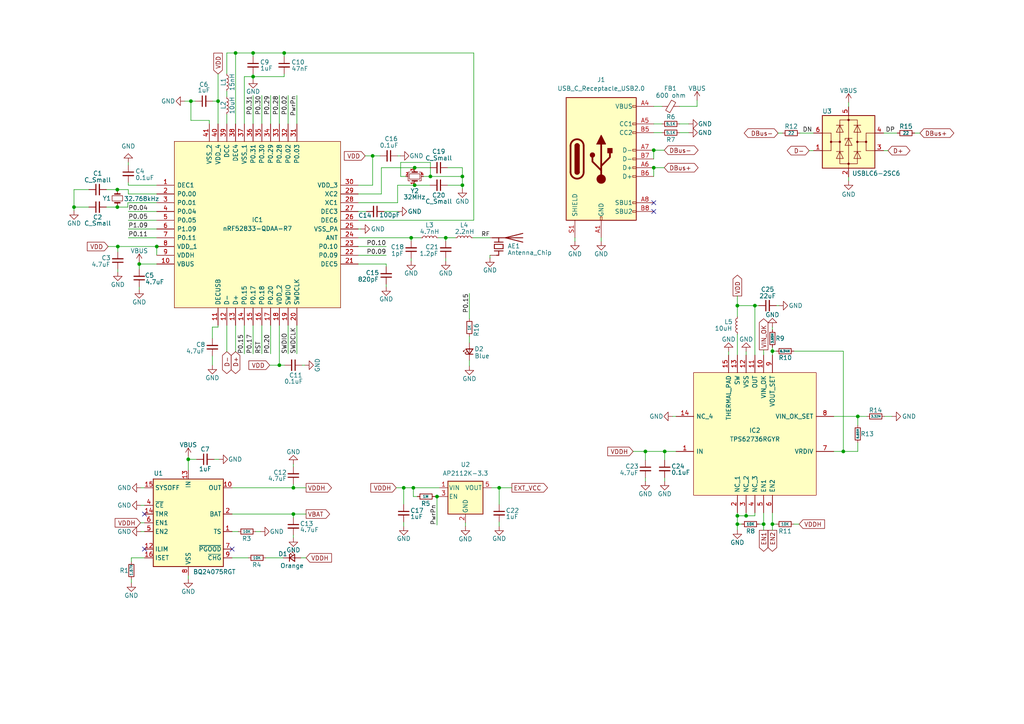
<source format=kicad_sch>
(kicad_sch (version 20211123) (generator eeschema)
  (paper "A4")
  (lib_symbols
    (symbol "Battery_Management:BQ24075RGT"
      (property "Reference" "U" (at -8.89 13.97 0))
      (property "Value" "BQ24075RGT" (at 16.51 13.97 0))
      (symbol "BQ24075RGT_1_1"
        (pin passive line (at 12.7 -2.54 180) (length 2.54) (name "TS") (number "1"))
        (pin power_out line (at 12.7 10.16 180) (length 2.54) (name "OUT") (number "10"))
        (pin passive line (at 12.7 10.16 180) (length 2.54) hide (name "OUT") (number "11"))
        (pin passive line (at -12.7 -7.62 0) (length 2.54) (name "ILIM") (number "12"))
        (pin power_in line (at 0 15.24 270) (length 2.54) (name "IN") (number "13"))
        (pin input line (at -12.7 2.54 0) (length 2.54) (name "TMR") (number "14"))
        (pin input line (at -12.7 10.16 0) (length 2.54) (name "SYSOFF") (number "15"))
        (pin passive line (at -12.7 -10.16 0) (length 2.54) (name "ISET") (number "16"))
        (pin passive line (at 0 -15.24 90) (length 2.54) hide (name "VSS") (number "17"))
        (pin power_out line (at 12.7 2.54 180) (length 2.54) (name "BAT") (number "2"))
        (pin passive line (at 12.7 2.54 180) (length 2.54) hide (name "BAT") (number "3"))
        (pin input line (at -12.7 5.08 0) (length 2.54) (name "~{CE}") (number "4"))
        (pin input line (at -12.7 -2.54 0) (length 2.54) (name "EN2") (number "5"))
        (pin input line (at -12.7 0 0) (length 2.54) (name "EN1") (number "6"))
        (pin open_collector line (at 12.7 -7.62 180) (length 2.54) (name "~{PGOOD}") (number "7"))
        (pin power_in line (at 0 -15.24 90) (length 2.54) (name "VSS") (number "8"))
        (pin open_collector line (at 12.7 -10.16 180) (length 2.54) (name "~{CHG}") (number "9"))
      )
    )
    (symbol "Connector:USB_C_Receptacle_USB2.0" (pin_names (offset 1.016))
      (property "Reference" "J" (at -10.16 19.05 0))
      (property "Value" "USB_C_Receptacle_USB2.0" (at 19.05 19.05 0))
      (symbol "USB_C_Receptacle_USB2.0_1_1"
        (pin passive line (at 0 -22.86 90) (length 5.08) (name "GND") (number "A1"))
        (pin passive line (at 0 -22.86 90) (length 5.08) hide (name "GND") (number "A12"))
        (pin passive line (at 15.24 15.24 180) (length 5.08) (name "VBUS") (number "A4"))
        (pin bidirectional line (at 15.24 10.16 180) (length 5.08) (name "CC1") (number "A5"))
        (pin bidirectional line (at 15.24 -2.54 180) (length 5.08) (name "D+") (number "A6"))
        (pin bidirectional line (at 15.24 2.54 180) (length 5.08) (name "D-") (number "A7"))
        (pin bidirectional line (at 15.24 -12.7 180) (length 5.08) (name "SBU1") (number "A8"))
        (pin passive line (at 15.24 15.24 180) (length 5.08) hide (name "VBUS") (number "A9"))
        (pin passive line (at 0 -22.86 90) (length 5.08) hide (name "GND") (number "B1"))
        (pin passive line (at 0 -22.86 90) (length 5.08) hide (name "GND") (number "B12"))
        (pin passive line (at 15.24 15.24 180) (length 5.08) hide (name "VBUS") (number "B4"))
        (pin bidirectional line (at 15.24 7.62 180) (length 5.08) (name "CC2") (number "B5"))
        (pin bidirectional line (at 15.24 -5.08 180) (length 5.08) (name "D+") (number "B6"))
        (pin bidirectional line (at 15.24 0 180) (length 5.08) (name "D-") (number "B7"))
        (pin bidirectional line (at 15.24 -15.24 180) (length 5.08) (name "SBU2") (number "B8"))
        (pin passive line (at 15.24 15.24 180) (length 5.08) hide (name "VBUS") (number "B9"))
        (pin passive line (at -7.62 -22.86 90) (length 5.08) (name "SHIELD") (number "S1"))
      )
    )
    (symbol "Connector_Generic:Conn_01x02" (pin_names (offset 1.016) hide)
      (property "Reference" "J" (at 0 2.54 0))
      (property "Value" "Conn_01x02" (at 0 -5.08 0))
      (symbol "Conn_01x02_1_1"
        (pin passive line (at -5.08 0 0) (length 3.81) (name "Pin_1") (number "1"))
        (pin passive line (at -5.08 -2.54 0) (length 3.81) (name "Pin_2") (number "2"))
      )
    )
    (symbol "Connector_Generic:Conn_02x05_Odd_Even" (pin_names (offset 1.016) hide)
      (property "Reference" "J" (at 1.27 7.62 0))
      (property "Value" "Conn_02x05_Odd_Even" (at 1.27 -7.62 0))
      (symbol "Conn_02x05_Odd_Even_1_1"
        (pin passive line (at -5.08 5.08 0) (length 3.81) (name "Pin_1") (number "1"))
        (pin passive line (at 7.62 -5.08 180) (length 3.81) (name "Pin_10") (number "10"))
        (pin passive line (at 7.62 5.08 180) (length 3.81) (name "Pin_2") (number "2"))
        (pin passive line (at -5.08 2.54 0) (length 3.81) (name "Pin_3") (number "3"))
        (pin passive line (at 7.62 2.54 180) (length 3.81) (name "Pin_4") (number "4"))
        (pin passive line (at -5.08 0 0) (length 3.81) (name "Pin_5") (number "5"))
        (pin passive line (at 7.62 0 180) (length 3.81) (name "Pin_6") (number "6"))
        (pin passive line (at -5.08 -2.54 0) (length 3.81) (name "Pin_7") (number "7"))
        (pin passive line (at 7.62 -2.54 180) (length 3.81) (name "Pin_8") (number "8"))
        (pin passive line (at -5.08 -5.08 0) (length 3.81) (name "Pin_9") (number "9"))
      )
    )
    (symbol "Device:Antenna_Chip" (pin_numbers hide) (pin_names (offset 1.016) hide)
      (property "Reference" "AE" (at 0 5.08 0))
      (property "Value" "Antenna_Chip" (at 0 3.175 0))
      (symbol "Antenna_Chip_1_1"
        (pin input line (at -2.54 -2.54 90) (length 2.54) (name "FEED") (number "1"))
        (pin passive line (at 2.54 -2.54 90) (length 2.54) (name "PCB_Trace") (number "2"))
      )
    )
    (symbol "Device:C_Small" (pin_numbers hide) (pin_names (offset 0.254) hide)
      (property "Reference" "C" (at 0.254 1.778 0))
      (property "Value" "C_Small" (at 0.254 -2.032 0))
      (symbol "C_Small_1_1"
        (pin passive line (at 0 2.54 270) (length 2.032) (name "~") (number "1"))
        (pin passive line (at 0 -2.54 90) (length 2.032) (name "~") (number "2"))
      )
    )
    (symbol "Device:Crystal_GND24_Small" (pin_names (offset 1.016) hide)
      (property "Reference" "Y" (at 1.27 4.445 0))
      (property "Value" "Crystal_GND24_Small" (at 1.27 2.54 0))
      (symbol "Crystal_GND24_Small_1_1"
        (pin passive line (at -2.54 0 0) (length 1.27) (name "1") (number "1"))
        (pin passive line (at 0 -2.54 90) (length 0.635) (name "2") (number "2"))
        (pin passive line (at 2.54 0 180) (length 1.27) (name "3") (number "3"))
        (pin passive line (at 0 2.54 270) (length 0.635) (name "4") (number "4"))
      )
    )
    (symbol "Device:Crystal_Small" (pin_numbers hide) (pin_names (offset 1.016) hide)
      (property "Reference" "Y" (at 0 2.54 0))
      (property "Value" "Crystal_Small" (at 0 -2.54 0))
      (symbol "Crystal_Small_1_1"
        (pin passive line (at -2.54 0 0) (length 1.27) (name "1") (number "1"))
        (pin passive line (at 2.54 0 180) (length 1.27) (name "2") (number "2"))
      )
    )
    (symbol "Device:FerriteBead_Small" (pin_numbers hide) (pin_names (offset 0))
      (property "Reference" "FB" (at 1.905 1.27 0))
      (property "Value" "FerriteBead_Small" (at 1.905 -1.27 0))
      (symbol "FerriteBead_Small_1_1"
        (pin passive line (at 0 2.54 270) (length 1.27) (name "~") (number "1"))
        (pin passive line (at 0 -2.54 90) (length 1.27) (name "~") (number "2"))
      )
    )
    (symbol "Device:LED_Small" (pin_numbers hide) (pin_names (offset 0.254) hide)
      (property "Reference" "D" (at -1.27 3.175 0))
      (property "Value" "LED_Small" (at -4.445 -2.54 0))
      (symbol "LED_Small_1_1"
        (pin passive line (at -2.54 0 0) (length 1.778) (name "K") (number "1"))
        (pin passive line (at 2.54 0 180) (length 1.778) (name "A") (number "2"))
      )
    )
    (symbol "Device:L_Small" (pin_numbers hide) (pin_names (offset 0.254) hide)
      (property "Reference" "L" (at 0.762 1.016 0))
      (property "Value" "L_Small" (at 0.762 -1.016 0))
      (symbol "L_Small_1_1"
        (pin passive line (at 0 2.54 270) (length 0.508) (name "~") (number "1"))
        (pin passive line (at 0 -2.54 90) (length 0.508) (name "~") (number "2"))
      )
    )
    (symbol "Device:R_Small" (pin_numbers hide) (pin_names (offset 0.254) hide)
      (property "Reference" "R" (at 0.762 0.508 0))
      (property "Value" "R_Small" (at 0.762 -1.016 0))
      (symbol "R_Small_1_1"
        (pin passive line (at 0 2.54 270) (length 0.762) (name "~") (number "1"))
        (pin passive line (at 0 -2.54 90) (length 0.762) (name "~") (number "2"))
      )
    )
    (symbol "GND_1" (power) (pin_names (offset 0))
      (property "Value" "GND_1" (at 0 -3.81 0))
      (symbol "GND_1_1_1"
        (pin power_in line (at 0 0 270) (length 0) hide (name "GND") (number "1"))
      )
    )
    (symbol "GND_2" (power) (pin_names (offset 0))
      (property "Value" "GND_2" (at 0 -3.81 0))
      (symbol "GND_2_1_1"
        (pin power_in line (at 0 0 270) (length 0) hide (name "GND") (number "1"))
      )
    )
    (symbol "MCU_Module:Adafruit_Feather_Generic"
      (property "Reference" "A" (at -10.16 29.21 0))
      (property "Value" "Adafruit_Feather_Generic" (at 2.54 -31.75 0))
      (symbol "Adafruit_Feather_Generic_1_1"
        (pin input line (at 12.7 20.32 180) (length 2.54) (name "~{RESET}") (number "1"))
        (pin bidirectional line (at 12.7 -7.62 180) (length 2.54) (name "A5") (number "10"))
        (pin bidirectional line (at -12.7 -2.54 0) (length 2.54) (name "SCK") (number "11"))
        (pin bidirectional line (at -12.7 -5.08 0) (length 2.54) (name "MOSI") (number "12"))
        (pin bidirectional line (at -12.7 -7.62 0) (length 2.54) (name "MISO") (number "13"))
        (pin bidirectional line (at -12.7 -12.7 0) (length 2.54) (name "RX") (number "14"))
        (pin bidirectional line (at -12.7 -15.24 0) (length 2.54) (name "TX") (number "15"))
        (pin bidirectional line (at -12.7 2.54 0) (length 2.54) (name "SPARE") (number "16"))
        (pin bidirectional line (at -12.7 -20.32 0) (length 2.54) (name "SDA") (number "17"))
        (pin bidirectional line (at -12.7 -22.86 0) (length 2.54) (name "SCL") (number "18"))
        (pin bidirectional line (at -12.7 20.32 0) (length 2.54) (name "D0") (number "19"))
        (pin power_in line (at 2.54 30.48 270) (length 2.54) (name "3V3") (number "2"))
        (pin bidirectional line (at -12.7 17.78 0) (length 2.54) (name "D1") (number "20"))
        (pin bidirectional line (at -12.7 15.24 0) (length 2.54) (name "D2") (number "21"))
        (pin bidirectional line (at -12.7 12.7 0) (length 2.54) (name "D3") (number "22"))
        (pin bidirectional line (at -12.7 10.16 0) (length 2.54) (name "D4") (number "23"))
        (pin bidirectional line (at -12.7 7.62 0) (length 2.54) (name "D5") (number "24"))
        (pin bidirectional line (at -12.7 5.08 0) (length 2.54) (name "D6") (number "25"))
        (pin power_in line (at 5.08 30.48 270) (length 2.54) (name "USB") (number "26"))
        (pin input line (at 12.7 12.7 180) (length 2.54) (name "EN") (number "27"))
        (pin power_in line (at -2.54 30.48 270) (length 2.54) (name "VBAT") (number "28"))
        (pin input line (at 12.7 10.16 180) (length 2.54) (name "AREF") (number "3"))
        (pin power_in line (at 0 -33.02 90) (length 2.54) (name "GND") (number "4"))
        (pin bidirectional line (at 12.7 5.08 180) (length 2.54) (name "A0") (number "5"))
        (pin bidirectional line (at 12.7 2.54 180) (length 2.54) (name "A1") (number "6"))
        (pin bidirectional line (at 12.7 0 180) (length 2.54) (name "A2") (number "7"))
        (pin bidirectional line (at 12.7 -2.54 180) (length 2.54) (name "A3") (number "8"))
        (pin bidirectional line (at 12.7 -5.08 180) (length 2.54) (name "A4") (number "9"))
      )
    )
    (symbol "Power_Protection:USBLC6-2SC6" (pin_names hide)
      (property "Reference" "U" (at 2.54 8.89 0))
      (property "Value" "USBLC6-2SC6" (at 2.54 -8.89 0))
      (symbol "USBLC6-2SC6_1_1"
        (pin passive line (at -10.16 -2.54 0) (length 2.54) (name "I/O1") (number "1"))
        (pin passive line (at 0 -10.16 90) (length 2.54) (name "GND") (number "2"))
        (pin passive line (at 10.16 -2.54 180) (length 2.54) (name "I/O2") (number "3"))
        (pin passive line (at 10.16 2.54 180) (length 2.54) (name "I/O2") (number "4"))
        (pin passive line (at 0 10.16 270) (length 2.54) (name "VBUS") (number "5"))
        (pin passive line (at -10.16 2.54 0) (length 2.54) (name "I/O1") (number "6"))
      )
    )
    (symbol "Regulator_Linear:AP2112K-3.3" (pin_names (offset 0.254))
      (property "Reference" "U" (at -5.08 5.715 0))
      (property "Value" "AP2112K-3.3" (at 0 5.715 0))
      (symbol "AP2112K-3.3_1_1"
        (pin power_in line (at -7.62 2.54 0) (length 2.54) (name "VIN") (number "1"))
        (pin power_in line (at 0 -7.62 90) (length 2.54) (name "GND") (number "2"))
        (pin input line (at -7.62 0 0) (length 2.54) (name "EN") (number "3"))
        (pin no_connect line (at 5.08 0 180) (length 2.54) hide (name "NC") (number "4"))
        (pin power_out line (at 7.62 2.54 180) (length 2.54) (name "VOUT") (number "5"))
      )
    )
    (symbol "TPS62736RGYR:TPS62736RGYR" (pin_names (offset 0.762))
      (property "Reference" "IC" (at 31.75 12.7 0))
      (property "Value" "TPS62736RGYR" (at 31.75 10.16 0))
      (symbol "TPS62736RGYR_0_0"
        (pin passive line (at -22.86 -5.08 0) (length 5.08) (name "IN") (number "1"))
        (pin passive line (at 2.54 22.86 270) (length 5.08) (name "VIN_OK") (number "10"))
        (pin passive line (at 0 22.86 270) (length 5.08) (name "OUT") (number "11"))
        (pin passive line (at -2.54 22.86 270) (length 5.08) (name "VSS") (number "12"))
        (pin passive line (at -5.08 22.86 270) (length 5.08) (name "SW") (number "13"))
        (pin passive line (at -22.86 5.08 0) (length 5.08) (name "NC_4") (number "14"))
        (pin passive line (at -7.62 22.86 270) (length 5.08) (name "THERMAL_PAD") (number "15"))
        (pin passive line (at -5.08 -22.86 90) (length 5.08) (name "NC_1") (number "2"))
        (pin passive line (at -2.54 -22.86 90) (length 5.08) (name "NC_2") (number "3"))
        (pin passive line (at 0 -22.86 90) (length 5.08) (name "NC_3") (number "4"))
        (pin passive line (at 2.54 -22.86 90) (length 5.08) (name "EN1") (number "5"))
        (pin passive line (at 5.08 -22.86 90) (length 5.08) (name "EN2") (number "6"))
        (pin passive line (at 22.86 -5.08 180) (length 5.08) (name "VRDIV") (number "7"))
        (pin passive line (at 22.86 5.08 180) (length 5.08) (name "VIN_OK_SET") (number "8"))
        (pin passive line (at 5.08 22.86 270) (length 5.08) (name "VOUT_SET") (number "9"))
      )
    )
    (symbol "nRF52833-QDAA-R7:nRF52833-QDAA-R7" (pin_names (offset 0.762))
      (property "Reference" "IC" (at 39.37 16.51 0))
      (property "Value" "nRF52833-QDAA-R7" (at 39.37 13.97 0))
      (symbol "nRF52833-QDAA-R7_0_0"
        (pin passive line (at -29.21 11.43 0) (length 5.08) (name "DEC1") (number "1"))
        (pin passive line (at -29.21 -11.43 0) (length 5.08) (name "VBUS") (number "10"))
        (pin passive line (at -11.43 -29.21 90) (length 5.08) (name "DECUSB") (number "11"))
        (pin passive line (at -8.89 -29.21 90) (length 5.08) (name "D-") (number "12"))
        (pin passive line (at -6.35 -29.21 90) (length 5.08) (name "D+") (number "13"))
        (pin passive line (at -3.81 -29.21 90) (length 5.08) (name "P0.15") (number "14"))
        (pin passive line (at -1.27 -29.21 90) (length 5.08) (name "P0.17") (number "15"))
        (pin passive line (at 1.27 -29.21 90) (length 5.08) (name "P0.18") (number "16"))
        (pin passive line (at 3.81 -29.21 90) (length 5.08) (name "P0.20") (number "17"))
        (pin passive line (at 6.35 -29.21 90) (length 5.08) (name "VDD_2") (number "18"))
        (pin passive line (at 8.89 -29.21 90) (length 5.08) (name "SWDIO") (number "19"))
        (pin passive line (at -29.21 8.89 0) (length 5.08) (name "P0.00") (number "2"))
        (pin passive line (at 11.43 -29.21 90) (length 5.08) (name "SWDCLK") (number "20"))
        (pin passive line (at 29.21 -11.43 180) (length 5.08) (name "DEC5") (number "21"))
        (pin passive line (at 29.21 -8.89 180) (length 5.08) (name "P0.09") (number "22"))
        (pin passive line (at 29.21 -6.35 180) (length 5.08) (name "P0.10") (number "23"))
        (pin passive line (at 29.21 -3.81 180) (length 5.08) (name "ANT") (number "24"))
        (pin passive line (at 29.21 -1.27 180) (length 5.08) (name "VSS_PA") (number "25"))
        (pin passive line (at 29.21 1.27 180) (length 5.08) (name "DEC6") (number "26"))
        (pin passive line (at 29.21 3.81 180) (length 5.08) (name "DEC3") (number "27"))
        (pin passive line (at 29.21 6.35 180) (length 5.08) (name "XC1") (number "28"))
        (pin passive line (at 29.21 8.89 180) (length 5.08) (name "XC2") (number "29"))
        (pin passive line (at -29.21 6.35 0) (length 5.08) (name "P0.01") (number "3"))
        (pin passive line (at 29.21 11.43 180) (length 5.08) (name "VDD_3") (number "30"))
        (pin passive line (at 11.43 29.21 270) (length 5.08) (name "P0.03") (number "31"))
        (pin passive line (at 8.89 29.21 270) (length 5.08) (name "P0.02") (number "32"))
        (pin passive line (at 6.35 29.21 270) (length 5.08) (name "P0.28") (number "33"))
        (pin passive line (at 3.81 29.21 270) (length 5.08) (name "P0.29") (number "34"))
        (pin passive line (at 1.27 29.21 270) (length 5.08) (name "P0.30") (number "35"))
        (pin passive line (at -1.27 29.21 270) (length 5.08) (name "P0.31") (number "36"))
        (pin passive line (at -3.81 29.21 270) (length 5.08) (name "VSS_1") (number "37"))
        (pin passive line (at -6.35 29.21 270) (length 5.08) (name "DEC4") (number "38"))
        (pin passive line (at -8.89 29.21 270) (length 5.08) (name "DCC") (number "39"))
        (pin passive line (at -29.21 3.81 0) (length 5.08) (name "P0.04") (number "4"))
        (pin passive line (at -11.43 29.21 270) (length 5.08) (name "VDD_4") (number "40"))
        (pin passive line (at -13.97 29.21 270) (length 5.08) (name "VSS_2") (number "41"))
        (pin passive line (at -29.21 1.27 0) (length 5.08) (name "P0.05") (number "5"))
        (pin passive line (at -29.21 -1.27 0) (length 5.08) (name "P1.09") (number "6"))
        (pin passive line (at -29.21 -3.81 0) (length 5.08) (name "P0.11") (number "7"))
        (pin passive line (at -29.21 -6.35 0) (length 5.08) (name "VDD_1") (number "8"))
        (pin passive line (at -29.21 -8.89 0) (length 5.08) (name "VDDH") (number "9"))
      )
    )
    (symbol "power:GND" (power) (pin_names (offset 0))
      (property "Value" "GND" (at 0 -3.81 0))
      (symbol "GND_1_1"
        (pin power_in line (at 0 0 270) (length 0) hide (name "GND") (number "1"))
      )
    )
    (symbol "power:VBUS" (power) (pin_names (offset 0))
      (property "Value" "VBUS" (at 0 3.81 0))
      (symbol "VBUS_1_1"
        (pin power_in line (at 0 0 90) (length 0) hide (name "VBUS") (number "1"))
      )
    )
  )
  (junction (at 248.793 120.777))
  (junction (at 306.959 86.106))
  (junction (at 213.868 149.606))
  (junction (at 117.094 141.478))
  (junction (at 224.028 101.854))
  (junction (at 108.077 45.212))
  (junction (at 376.174 50.165))
  (junction (at 68.326 15.367))
  (junction (at 54.61 133.223))
  (junction (at 73.406 22.225))
  (junction (at 224.028 152.019))
  (junction (at 213.868 152.019))
  (junction (at 81.026 105.918))
  (junction (at 129.286 68.961))
  (junction (at 82.423 15.367))
  (junction (at 216.408 149.606))
  (junction (at 192.786 130.937))
  (junction (at 55.372 29.337))
  (junction (at 376.174 47.625))
  (junction (at 45.466 71.501))
  (junction (at 189.611 43.561))
  (junction (at 134.112 51.181))
  (junction (at 306.959 78.486))
  (junction (at 213.868 88.646))
  (junction (at 85.09 141.478))
  (junction (at 119.253 68.961))
  (junction (at 21.463 60.071))
  (junction (at 40.386 76.581))
  (junction (at 306.959 81.026))
  (junction (at 120.269 53.721))
  (junction (at 126.746 144.018))
  (junction (at 34.036 60.071))
  (junction (at 34.036 54.991))
  (junction (at 144.78 141.478))
  (junction (at 189.611 48.641))
  (junction (at 306.959 73.406))
  (junction (at 376.174 45.085))
  (junction (at 63.246 29.337))
  (junction (at 85.09 149.098))
  (junction (at 119.888 141.478))
  (junction (at 124.841 51.181))
  (junction (at 221.488 152.019))
  (junction (at 244.602 130.937))
  (junction (at 187.198 130.937))
  (junction (at 218.948 88.646))
  (junction (at 120.269 48.641))
  (junction (at 73.406 15.367))
  (junction (at 134.112 53.721))
  (junction (at 34.163 71.501))
  (no_connect (at 391.16 45.085))
  (no_connect (at 189.611 58.801))
  (no_connect (at 41.91 159.258))
  (no_connect (at 391.16 47.625))
  (no_connect (at 41.91 149.098))
  (no_connect (at 67.31 159.258))
  (no_connect (at 189.611 61.341))
  (wire (pts (xy 63.246 21.463) (xy 63.246 29.337)))
  (wire (pts (xy 218.948 88.646) (xy 218.948 102.997)))
  (wire (pts (xy 67.31 141.478) (xy 85.09 141.478)))
  (wire (pts (xy 187.198 130.937) (xy 192.786 130.937)))
  (wire (pts (xy 350.393 73.406) (xy 342.138 73.406)))
  (wire (pts (xy 65.786 15.367) (xy 65.786 21.336)))
  (wire (pts (xy 129.794 48.641) (xy 134.112 48.641)))
  (wire (pts (xy 74.168 154.178) (xy 75.565 154.178)))
  (wire (pts (xy 306.959 81.026) (xy 306.959 86.106)))
  (wire (pts (xy 55.372 29.337) (xy 56.642 29.337)))
  (wire (pts (xy 38.1 161.798) (xy 41.91 161.798)))
  (wire (pts (xy 103.886 74.041) (xy 112.014 74.041)))
  (wire (pts (xy 399.415 42.545) (xy 391.16 42.545)))
  (wire (pts (xy 306.959 78.486) (xy 316.738 78.486)))
  (wire (pts (xy 103.886 63.881) (xy 137.414 63.881)))
  (wire (pts (xy 306.959 86.106) (xy 306.959 88.773)))
  (wire (pts (xy 218.948 149.606) (xy 218.948 148.717)))
  (wire (pts (xy 65.786 33.147) (xy 65.786 35.941)))
  (wire (pts (xy 248.793 120.777) (xy 251.46 120.777)))
  (wire (pts (xy 83.566 102.616) (xy 83.566 94.361)))
  (wire (pts (xy 110.617 56.261) (xy 110.617 48.641)))
  (wire (pts (xy 230.251 101.854) (xy 244.602 101.854)))
  (wire (pts (xy 54.61 133.223) (xy 54.61 136.398)))
  (wire (pts (xy 342.138 53.086) (xy 350.52 53.086)))
  (wire (pts (xy 187.198 130.937) (xy 187.198 133.477)))
  (wire (pts (xy 134.112 51.181) (xy 134.112 53.721)))
  (wire (pts (xy 124.841 51.181) (xy 134.112 51.181)))
  (wire (pts (xy 70.866 102.616) (xy 70.866 94.361)))
  (wire (pts (xy 110.617 48.641) (xy 120.269 48.641)))
  (wire (pts (xy 117.094 151.384) (xy 117.094 152.654)))
  (wire (pts (xy 121.031 144.018) (xy 119.888 144.018)))
  (wire (pts (xy 376.047 67.183) (xy 378.587 67.183)))
  (wire (pts (xy 326.898 35.306) (xy 326.898 33.782)))
  (wire (pts (xy 216.408 149.606) (xy 218.948 149.606)))
  (wire (pts (xy 241.808 120.777) (xy 248.793 120.777)))
  (wire (pts (xy 25.781 60.071) (xy 21.463 60.071)))
  (wire (pts (xy 31.369 71.501) (xy 34.163 71.501)))
  (wire (pts (xy 342.138 45.466) (xy 351.409 45.466)))
  (wire (pts (xy 306.959 63.246) (xy 306.959 73.406)))
  (wire (pts (xy 183.642 130.937) (xy 187.198 130.937)))
  (wire (pts (xy 21.463 60.071) (xy 21.463 61.087)))
  (wire (pts (xy 34.036 54.991) (xy 37.211 54.991)))
  (wire (pts (xy 316.738 50.546) (xy 308.61 50.546)))
  (wire (pts (xy 73.406 15.367) (xy 73.406 16.383)))
  (wire (pts (xy 126.746 152.273) (xy 126.746 144.018)))
  (wire (pts (xy 112.014 77.343) (xy 112.014 76.581)))
  (wire (pts (xy 85.09 135.382) (xy 85.09 134.62)))
  (wire (pts (xy 45.466 56.261) (xy 37.211 56.261)))
  (wire (pts (xy 256.54 120.777) (xy 258.699 120.777)))
  (wire (pts (xy 67.31 154.178) (xy 69.088 154.178)))
  (wire (pts (xy 108.077 45.212) (xy 110.236 45.212)))
  (wire (pts (xy 68.326 15.367) (xy 73.406 15.367)))
  (wire (pts (xy 189.611 43.561) (xy 192.659 43.561)))
  (wire (pts (xy 142.113 74.803) (xy 142.113 74.041)))
  (wire (pts (xy 192.786 130.937) (xy 196.088 130.937)))
  (wire (pts (xy 306.959 81.026) (xy 306.959 78.486)))
  (wire (pts (xy 376.174 50.165) (xy 376.174 47.625)))
  (wire (pts (xy 202.184 29.083) (xy 202.184 30.861)))
  (wire (pts (xy 81.026 105.918) (xy 82.55 105.918)))
  (wire (pts (xy 115.316 53.721) (xy 115.316 58.801)))
  (wire (pts (xy 40.767 151.638) (xy 41.91 151.638)))
  (wire (pts (xy 61.595 105.918) (xy 61.595 103.251)))
  (wire (pts (xy 350.393 68.326) (xy 342.138 68.326)))
  (wire (pts (xy 21.463 54.991) (xy 21.463 60.071)))
  (wire (pts (xy 306.959 86.106) (xy 316.738 86.106)))
  (wire (pts (xy 189.611 43.561) (xy 189.611 46.101)))
  (wire (pts (xy 63.246 94.869) (xy 63.246 94.361)))
  (wire (pts (xy 142.621 141.478) (xy 144.78 141.478)))
  (wire (pts (xy 45.466 71.501) (xy 45.466 74.041)))
  (wire (pts (xy 126.111 144.018) (xy 126.746 144.018)))
  (wire (pts (xy 241.808 130.937) (xy 244.602 130.937)))
  (wire (pts (xy 116.205 51.181) (xy 117.729 51.181)))
  (wire (pts (xy 70.866 35.941) (xy 70.866 22.225)))
  (wire (pts (xy 376.174 42.545) (xy 378.46 42.545)))
  (wire (pts (xy 30.861 54.991) (xy 34.036 54.991)))
  (wire (pts (xy 55.372 34.925) (xy 60.706 34.925)))
  (wire (pts (xy 174.371 68.961) (xy 174.371 69.977)))
  (wire (pts (xy 376.047 69.723) (xy 378.587 69.723)))
  (wire (pts (xy 192.786 130.937) (xy 192.786 133.477)))
  (wire (pts (xy 260.223 38.608) (xy 256.286 38.608)))
  (wire (pts (xy 40.386 76.581) (xy 40.386 78.105)))
  (wire (pts (xy 192.786 138.557) (xy 192.786 139.573)))
  (wire (pts (xy 376.047 67.183) (xy 376.047 65.659)))
  (wire (pts (xy 213.868 149.606) (xy 216.408 149.606)))
  (wire (pts (xy 235.966 43.688) (xy 234.696 43.688)))
  (wire (pts (xy 213.868 152.019) (xy 213.868 153.67)))
  (wire (pts (xy 211.328 102.997) (xy 211.328 101.981)))
  (wire (pts (xy 68.326 15.367) (xy 68.326 35.941)))
  (wire (pts (xy 306.959 63.246) (xy 316.738 63.246)))
  (wire (pts (xy 124.841 47.117) (xy 124.841 51.181)))
  (wire (pts (xy 189.611 48.641) (xy 189.611 51.181)))
  (wire (pts (xy 34.163 78.867) (xy 34.163 78.105)))
  (wire (pts (xy 257.556 43.688) (xy 256.286 43.688)))
  (wire (pts (xy 376.174 45.085) (xy 376.174 42.545)))
  (wire (pts (xy 87.249 161.798) (xy 88.773 161.798)))
  (wire (pts (xy 308.483 45.466) (xy 316.738 45.466)))
  (wire (pts (xy 225.171 88.646) (xy 225.933 88.646)))
  (wire (pts (xy 197.104 35.941) (xy 199.771 35.941)))
  (wire (pts (xy 308.483 48.006) (xy 316.738 48.006)))
  (wire (pts (xy 308.61 60.706) (xy 316.738 60.706)))
  (wire (pts (xy 197.104 38.481) (xy 199.771 38.481)))
  (wire (pts (xy 189.611 38.481) (xy 192.024 38.481)))
  (wire (pts (xy 129.286 68.961) (xy 129.286 69.85)))
  (wire (pts (xy 104.648 66.421) (xy 103.886 66.421)))
  (wire (pts (xy 85.09 150.114) (xy 85.09 149.098)))
  (wire (pts (xy 114.935 141.478) (xy 117.094 141.478)))
  (wire (pts (xy 376.174 47.625) (xy 376.174 45.085)))
  (wire (pts (xy 115.443 61.341) (xy 111.379 61.341)))
  (wire (pts (xy 136.144 85.09) (xy 136.144 92.456)))
  (wire (pts (xy 61.595 94.869) (xy 63.246 94.869)))
  (wire (pts (xy 376.174 50.165) (xy 378.46 50.165)))
  (wire (pts (xy 108.077 53.721) (xy 108.077 45.212)))
  (wire (pts (xy 119.888 141.478) (xy 127.381 141.478)))
  (wire (pts (xy 308.483 88.646) (xy 316.738 88.646)))
  (wire (pts (xy 78.486 27.686) (xy 78.486 35.941)))
  (wire (pts (xy 34.036 60.071) (xy 37.084 60.071)))
  (wire (pts (xy 78.232 105.918) (xy 81.026 105.918)))
  (wire (pts (xy 78.486 102.616) (xy 78.486 94.361)))
  (wire (pts (xy 244.602 130.937) (xy 248.793 130.937)))
  (wire (pts (xy 136.144 104.521) (xy 136.144 106.172)))
  (wire (pts (xy 54.61 166.878) (xy 54.61 167.894)))
  (wire (pts (xy 399.415 40.005) (xy 391.16 40.005)))
  (wire (pts (xy 37.211 68.961) (xy 45.466 68.961)))
  (wire (pts (xy 329.438 107.061) (xy 329.438 98.806)))
  (wire (pts (xy 166.751 68.961) (xy 166.751 69.977)))
  (wire (pts (xy 37.211 53.721) (xy 45.466 53.721)))
  (wire (pts (xy 334.518 34.036) (xy 334.518 35.306)))
  (wire (pts (xy 124.714 48.641) (xy 120.269 48.641)))
  (wire (pts (xy 135.001 151.638) (xy 135.001 152.654)))
  (wire (pts (xy 244.602 101.854) (xy 244.602 130.937)))
  (wire (pts (xy 65.786 26.416) (xy 65.786 28.067)))
  (wire (pts (xy 376.174 45.085) (xy 378.46 45.085)))
  (wire (pts (xy 376.936 40.005) (xy 378.46 40.005)))
  (wire (pts (xy 81.026 94.361) (xy 81.026 105.918)))
  (wire (pts (xy 213.868 96.901) (xy 213.868 102.997)))
  (wire (pts (xy 235.966 38.608) (xy 232.029 38.608)))
  (wire (pts (xy 88.392 105.918) (xy 87.63 105.918)))
  (wire (pts (xy 55.372 34.925) (xy 55.372 29.337)))
  (wire (pts (xy 75.946 102.616) (xy 75.946 94.361)))
  (wire (pts (xy 61.595 98.171) (xy 61.595 94.869)))
  (wire (pts (xy 119.253 75.692) (xy 119.253 74.93)))
  (wire (pts (xy 73.406 22.987) (xy 73.406 22.225)))
  (wire (pts (xy 103.886 53.721) (xy 108.077 53.721)))
  (wire (pts (xy 54.61 132.461) (xy 54.61 133.223)))
  (wire (pts (xy 38.1 168.021) (xy 38.1 169.037)))
  (wire (pts (xy 37.211 47.117) (xy 37.211 47.879)))
  (wire (pts (xy 34.163 71.501) (xy 45.466 71.501)))
  (wire (pts (xy 342.138 55.626) (xy 350.52 55.626)))
  (wire (pts (xy 45.466 58.801) (xy 37.084 58.801)))
  (wire (pts (xy 73.406 22.225) (xy 82.423 22.225)))
  (wire (pts (xy 316.738 70.866) (xy 308.483 70.866)))
  (wire (pts (xy 246.126 29.718) (xy 246.126 30.988)))
  (wire (pts (xy 37.211 61.341) (xy 45.466 61.341)))
  (wire (pts (xy 62.103 133.223) (xy 63.5 133.223)))
  (wire (pts (xy 86.106 27.686) (xy 86.106 35.941)))
  (wire (pts (xy 115.316 53.721) (xy 120.269 53.721)))
  (wire (pts (xy 224.028 101.854) (xy 224.028 102.997)))
  (wire (pts (xy 41.91 141.478) (xy 40.894 141.478)))
  (wire (pts (xy 63.246 35.941) (xy 63.246 29.337)))
  (wire (pts (xy 37.084 58.801) (xy 37.084 60.071)))
  (wire (pts (xy 85.09 141.478) (xy 88.773 141.478)))
  (wire (pts (xy 350.393 63.246) (xy 342.138 63.246)))
  (wire (pts (xy 266.827 38.608) (xy 265.303 38.608)))
  (wire (pts (xy 129.794 53.721) (xy 134.112 53.721)))
  (wire (pts (xy 350.393 70.866) (xy 342.138 70.866)))
  (wire (pts (xy 399.415 50.165) (xy 391.16 50.165)))
  (wire (pts (xy 144.78 141.478) (xy 148.463 141.478)))
  (wire (pts (xy 73.406 27.686) (xy 73.406 35.941)))
  (wire (pts (xy 134.112 48.641) (xy 134.112 51.181)))
  (wire (pts (xy 60.706 35.941) (xy 60.706 34.925)))
  (wire (pts (xy 224.028 152.019) (xy 225.171 152.019)))
  (wire (pts (xy 73.406 15.367) (xy 82.423 15.367)))
  (wire (pts (xy 116.205 47.117) (xy 124.841 47.117)))
  (wire (pts (xy 226.949 38.608) (xy 225.679 38.608)))
  (wire (pts (xy 105.918 45.212) (xy 108.077 45.212)))
  (wire (pts (xy 37.211 66.421) (xy 45.466 66.421)))
  (wire (pts (xy 81.026 27.686) (xy 81.026 35.941)))
  (wire (pts (xy 63.246 29.337) (xy 61.722 29.337)))
  (wire (pts (xy 40.386 83.947) (xy 40.386 83.185)))
  (wire (pts (xy 129.286 75.692) (xy 129.286 74.93)))
  (wire (pts (xy 117.094 141.478) (xy 117.094 146.304)))
  (wire (pts (xy 77.089 161.798) (xy 82.169 161.798)))
  (wire (pts (xy 308.483 68.326) (xy 316.738 68.326)))
  (wire (pts (xy 38.1 161.798) (xy 38.1 162.941)))
  (wire (pts (xy 86.106 102.616) (xy 86.106 94.361)))
  (wire (pts (xy 187.198 138.557) (xy 187.198 139.573)))
  (wire (pts (xy 248.793 120.777) (xy 248.793 123.317)))
  (wire (pts (xy 331.978 35.306) (xy 331.978 31.115)))
  (wire (pts (xy 67.31 149.098) (xy 85.09 149.098)))
  (wire (pts (xy 112.014 71.501) (xy 103.886 71.501)))
  (wire (pts (xy 221.488 148.717) (xy 221.488 152.019)))
  (wire (pts (xy 137.16 68.961) (xy 142.113 68.961)))
  (wire (pts (xy 136.144 97.536) (xy 136.144 99.441)))
  (wire (pts (xy 73.406 22.225) (xy 73.406 21.463)))
  (wire (pts (xy 116.205 51.181) (xy 116.205 47.117)))
  (wire (pts (xy 67.31 161.798) (xy 72.009 161.798)))
  (wire (pts (xy 213.868 152.019) (xy 215.138 152.019)))
  (wire (pts (xy 129.286 68.961) (xy 132.08 68.961)))
  (wire (pts (xy 224.028 101.854) (xy 225.171 101.854)))
  (wire (pts (xy 306.959 78.486) (xy 306.959 73.406)))
  (wire (pts (xy 221.488 101.473) (xy 221.488 102.997)))
  (wire (pts (xy 134.112 53.721) (xy 134.112 54.737)))
  (wire (pts (xy 144.78 151.384) (xy 144.78 152.654)))
  (wire (pts (xy 376.174 51.308) (xy 376.174 50.165)))
  (wire (pts (xy 37.211 56.261) (xy 37.211 54.991)))
  (wire (pts (xy 218.948 88.646) (xy 220.091 88.646)))
  (wire (pts (xy 83.566 27.686) (xy 83.566 35.941)))
  (wire (pts (xy 137.414 15.367) (xy 137.414 63.881)))
  (wire (pts (xy 306.959 73.406) (xy 316.738 73.406)))
  (wire (pts (xy 119.253 68.961) (xy 122.047 68.961)))
  (wire (pts (xy 308.61 58.166) (xy 316.738 58.166)))
  (wire (pts (xy 221.488 152.019) (xy 221.488 153.797)))
  (wire (pts (xy 103.886 58.801) (xy 115.316 58.801)))
  (wire (pts (xy 53.594 29.337) (xy 55.372 29.337)))
  (wire (pts (xy 122.809 51.181) (xy 124.841 51.181)))
  (wire (pts (xy 224.028 148.717) (xy 224.028 152.019)))
  (wire (pts (xy 213.868 149.606) (xy 213.868 148.717)))
  (wire (pts (xy 37.211 63.881) (xy 45.466 63.881)))
  (wire (pts (xy 25.781 54.991) (xy 21.463 54.991)))
  (wire (pts (xy 70.866 22.225) (xy 73.406 22.225)))
  (wire (pts (xy 68.326 94.361) (xy 68.326 101.981)))
  (wire (pts (xy 45.466 76.581) (xy 40.386 76.581)))
  (wire (pts (xy 306.959 81.026) (xy 316.738 81.026)))
  (wire (pts (xy 221.488 152.019) (xy 220.218 152.019)))
  (wire (pts (xy 189.611 30.861) (xy 192.024 30.861)))
  (wire (pts (xy 342.138 65.786) (xy 350.393 65.786)))
  (wire (pts (xy 308.61 53.086) (xy 316.738 53.086)))
  (wire (pts (xy 197.104 30.861) (xy 202.184 30.861)))
  (wire (pts (xy 54.61 133.223) (xy 57.023 133.223)))
  (wire (pts (xy 65.786 94.361) (xy 65.786 101.981)))
  (wire (pts (xy 144.78 141.478) (xy 144.78 146.304)))
  (wire (pts (xy 119.888 144.018) (xy 119.888 141.478)))
  (wire (pts (xy 40.386 76.2) (xy 40.386 76.581)))
  (wire (pts (xy 41.91 154.178) (xy 40.894 154.178)))
  (wire (pts (xy 112.014 76.581) (xy 103.886 76.581)))
  (wire (pts (xy 75.946 27.686) (xy 75.946 35.941)))
  (wire (pts (xy 224.028 152.019) (xy 224.028 153.797)))
  (wire (pts (xy 213.868 88.646) (xy 213.868 91.821)))
  (wire (pts (xy 376.047 70.866) (xy 376.047 69.723)))
  (wire (pts (xy 308.61 55.626) (xy 316.738 55.626)))
  (wire (pts (xy 68.326 15.367) (xy 65.786 15.367)))
  (wire (pts (xy 116.078 45.212) (xy 115.316 45.212)))
  (wire (pts (xy 189.611 48.641) (xy 192.659 48.641)))
  (wire (pts (xy 126.746 144.018) (xy 127.381 144.018)))
  (wire (pts (xy 85.09 149.098) (xy 88.773 149.098)))
  (wire (pts (xy 30.861 60.071) (xy 34.036 60.071)))
  (wire (pts (xy 41.91 146.558) (xy 40.894 146.558)))
  (wire (pts (xy 85.09 155.194) (xy 85.09 155.956)))
  (wire (pts (xy 34.163 71.501) (xy 34.163 73.025)))
  (wire (pts (xy 37.211 52.959) (xy 37.211 53.721)))
  (wire (pts (xy 189.611 35.941) (xy 192.024 35.941)))
  (wire (pts (xy 103.886 56.261) (xy 110.617 56.261)))
  (wire (pts (xy 196.088 120.777) (xy 195.072 120.777)))
  (wire (pts (xy 376.174 47.625) (xy 378.46 47.625)))
  (wire (pts (xy 246.126 52.451) (xy 246.126 51.308)))
  (wire (pts (xy 224.028 95.631) (xy 224.028 94.869)))
  (wire (pts (xy 213.868 85.852) (xy 213.868 88.646)))
  (wire (pts (xy 248.793 130.937) (xy 248.793 128.397)))
  (wire (pts (xy 216.408 149.606) (xy 216.408 148.717)))
  (wire (pts (xy 85.09 140.462) (xy 85.09 141.478)))
  (wire (pts (xy 342.138 60.706) (xy 350.393 60.706)))
  (wire (pts (xy 82.423 22.225) (xy 82.423 21.463)))
  (wire (pts (xy 124.714 53.721) (xy 120.269 53.721)))
  (wire (pts (xy 73.406 102.616) (xy 73.406 94.361)))
  (wire (pts (xy 213.868 149.606) (xy 213.868 152.019)))
  (wire (pts (xy 82.423 15.367) (xy 137.414 15.367)))
  (wire (pts (xy 230.251 152.019) (xy 231.775 152.019)))
  (wire (pts (xy 119.253 68.961) (xy 119.253 69.85)))
  (wire (pts (xy 103.886 68.961) (xy 119.253 68.961)))
  (wire (pts (xy 112.014 83.185) (xy 112.014 82.423)))
  (wire (pts (xy 103.886 61.341) (xy 106.299 61.341)))
  (wire (pts (xy 82.423 15.367) (xy 82.423 16.383)))
  (wire (pts (xy 127.127 68.961) (xy 129.286 68.961)))
  (wire (pts (xy 224.028 101.854) (xy 224.028 100.711)))
  (wire (pts (xy 117.094 141.478) (xy 119.888 141.478)))
  (wire (pts (xy 216.408 102.997) (xy 216.408 101.981)))
  (wire (pts (xy 218.948 88.646) (xy 213.868 88.646)))
  (label "P0.30" (at 308.61 50.546 0))
  (label "P0.29" (at 78.486 27.686 270))
  (label "DP" (at 259.588 38.608 180))
  (label "P0.02" (at 308.483 88.646 0))
  (label "RST" (at 308.61 55.626 0))
  (label "P0.09" (at 112.014 74.041 180))
  (label "P0.05" (at 350.393 60.706 180))
  (label "P0.10" (at 112.014 71.501 180))
  (label "P0.04" (at 37.211 61.341 0))
  (label "P1.09" (at 37.211 66.421 0))
  (label "P1.09" (at 350.393 63.246 180))
  (label "P0.20" (at 78.486 102.616 90))
  (label "RST" (at 75.946 102.616 90))
  (label "SWDCLK" (at 86.106 102.616 90))
  (label "SWDCLK" (at 399.415 42.545 180))
  (label "SWDIO" (at 83.566 102.616 90))
  (label "P0.05" (at 37.211 63.881 0))
  (label "RF" (at 142.113 68.961 180))
  (label "P0.31" (at 73.406 27.686 270))
  (label "P0.09" (at 308.483 68.326 0))
  (label "P0.17" (at 350.393 70.866 180))
  (label "P0.29" (at 308.483 48.006 0))
  (label "P0.11" (at 350.393 65.786 180))
  (label "SWDIO" (at 399.415 40.005 180))
  (label "RST" (at 399.415 50.165 180))
  (label "PwrPn" (at 308.61 58.166 0))
  (label "DN" (at 235.585 38.608 180))
  (label "P0.20" (at 350.393 73.406 180))
  (label "P0.02" (at 83.566 27.686 270))
  (label "P0.11" (at 37.211 68.961 0))
  (label "P0.15" (at 70.866 102.616 90))
  (label "P0.04" (at 329.438 107.061 90))
  (label "PwrPn" (at 86.106 27.686 270))
  (label "P0.17" (at 73.406 102.616 90))
  (label "P0.28" (at 308.483 45.466 0))
  (label "PwrPn" (at 126.746 152.273 90))
  (label "P0.15" (at 136.144 85.09 270))
  (label "P0.30" (at 75.946 27.686 270))
  (label "P0.15" (at 350.393 68.326 180))
  (label "P0.28" (at 81.026 27.686 270))
  (label "P0.10" (at 308.483 70.866 0))
  (label "P0.31" (at 308.61 53.086 0))
  (global_label "DBus+" (shape bidirectional) (at 192.659 48.641 0) (property "Intersheet References" "${INTERSHEET_REFS}" (effects hide)))
  (global_label "VBAT" (shape output) (at 376.047 65.659 90) (property "Intersheet References" "${INTERSHEET_REFS}" (effects hide)))
  (global_label "DBus+" (shape bidirectional) (at 266.827 38.608 0) (property "Intersheet References" "${INTERSHEET_REFS}" (effects hide)))
  (global_label "VDDH" (shape input) (at 183.642 130.937 180) (property "Intersheet References" "${INTERSHEET_REFS}" (effects hide)))
  (global_label "D-" (shape bidirectional) (at 65.786 101.981 270) (property "Intersheet References" "${INTERSHEET_REFS}" (effects hide)))
  (global_label "EN1" (shape output) (at 331.978 31.115 90) (property "Intersheet References" "${INTERSHEET_REFS}" (effects hide)))
  (global_label "D+" (shape bidirectional) (at 257.556 43.688 0) (property "Intersheet References" "${INTERSHEET_REFS}" (effects hide)))
  (global_label "VDD" (shape input) (at 63.246 21.463 90) (property "Intersheet References" "${INTERSHEET_REFS}" (effects hide)))
  (global_label "EXT_VCC" (shape output) (at 351.409 45.466 0) (property "Intersheet References" "${INTERSHEET_REFS}" (effects hide)))
  (global_label "VDD" (shape output) (at 376.936 40.005 180) (property "Intersheet References" "${INTERSHEET_REFS}" (effects hide)))
  (global_label "EN2" (shape output) (at 224.028 153.797 270) (property "Intersheet References" "${INTERSHEET_REFS}" (effects hide)))
  (global_label "VDD" (shape input) (at 78.232 105.918 180) (property "Intersheet References" "${INTERSHEET_REFS}" (effects hide)))
  (global_label "EN1" (shape output) (at 221.488 153.797 270) (property "Intersheet References" "${INTERSHEET_REFS}" (effects hide)))
  (global_label "VDD" (shape input) (at 31.369 71.501 180) (property "Intersheet References" "${INTERSHEET_REFS}" (effects hide)))
  (global_label "VDD" (shape output) (at 308.61 60.706 180) (property "Intersheet References" "${INTERSHEET_REFS}" (effects hide)))
  (global_label "VDDH" (shape input) (at 40.767 151.638 180) (property "Intersheet References" "${INTERSHEET_REFS}" (effects hide)))
  (global_label "VIN_OK" (shape output) (at 334.518 34.036 90) (property "Intersheet References" "${INTERSHEET_REFS}" (effects hide)))
  (global_label "DBus-" (shape bidirectional) (at 192.659 43.561 0) (property "Intersheet References" "${INTERSHEET_REFS}" (effects hide)))
  (global_label "EN2" (shape output) (at 350.52 55.626 0) (property "Intersheet References" "${INTERSHEET_REFS}" (effects hide)))
  (global_label "VBAT" (shape output) (at 88.773 149.098 0) (property "Intersheet References" "${INTERSHEET_REFS}" (effects hide)))
  (global_label "VDDH" (shape input) (at 231.775 152.019 0) (property "Intersheet References" "${INTERSHEET_REFS}" (effects hide)))
  (global_label "VDD" (shape output) (at 213.868 85.852 90) (property "Intersheet References" "${INTERSHEET_REFS}" (effects hide)))
  (global_label "VIN_OK" (shape output) (at 221.488 101.473 90) (property "Intersheet References" "${INTERSHEET_REFS}" (effects hide)))
  (global_label "DBus-" (shape bidirectional) (at 225.679 38.608 180) (property "Intersheet References" "${INTERSHEET_REFS}" (effects hide)))
  (global_label "VDD" (shape input) (at 105.918 45.212 180) (property "Intersheet References" "${INTERSHEET_REFS}" (effects hide)))
  (global_label "VDDH" (shape input) (at 88.773 161.798 0) (property "Intersheet References" "${INTERSHEET_REFS}" (effects hide)))
  (global_label "VBAT" (shape output) (at 350.52 53.086 0) (property "Intersheet References" "${INTERSHEET_REFS}" (effects hide)))
  (global_label "EXT_VCC" (shape output) (at 148.463 141.478 0) (property "Intersheet References" "${INTERSHEET_REFS}" (effects hide)))
  (global_label "VDDH" (shape input) (at 114.935 141.478 180) (property "Intersheet References" "${INTERSHEET_REFS}" (effects hide)))
  (global_label "D+" (shape bidirectional) (at 68.326 101.981 270) (property "Intersheet References" "${INTERSHEET_REFS}" (effects hide)))
  (global_label "VDDH" (shape output) (at 88.773 141.478 0) (property "Intersheet References" "${INTERSHEET_REFS}" (effects hide)))
  (global_label "D-" (shape bidirectional) (at 234.696 43.688 180) (property "Intersheet References" "${INTERSHEET_REFS}" (effects hide)))
  (symbol (lib_id "Device:C_Small") (at 59.563 133.223 90) (unit 1)
    (property "Reference" "C7" (at 60.833 130.302 90) (effects (justify left)))
    (property "Value" "1uF" (at 61.341 136.017 90) (effects (justify left)))
    (property "Footprint" "Capacitor_SMD:C_0603_1608Metric" (effects hide))
  )
  (symbol (lib_id "power:GND") (at 40.894 154.178 270) (unit 1)
    (property "Reference" "#PWR0142" (effects hide))
    (property "Value" "GND" (at 36.068 154.178 90))
  )
  (symbol (lib_name "GND_2") (lib_id "power:GND") (at 73.406 22.987 0) (mirror y) (unit 1)
    (property "Reference" "#PWR0120" (effects hide))
    (property "Value" "GND" (at 73.406 26.543 0))
  )
  (symbol (lib_id "power:GND") (at 306.959 88.773 0) (unit 1)
    (property "Reference" "#PWR0146" (effects hide))
    (property "Value" "GND" (at 306.959 92.456 0))
  )
  (symbol (lib_id "Device:C_Small") (at 112.014 79.883 180) (unit 1)
    (property "Reference" "C15" (at 109.982 79.121 0) (effects (justify left)))
    (property "Value" "820pF" (at 109.855 81.026 0) (effects (justify left)))
    (property "Footprint" "Capacitor_SMD:C_0603_1608Metric" (effects hide))
  )
  (symbol (lib_id "Device:C_Small") (at 222.631 88.646 90) (unit 1)
    (property "Reference" "C25" (at 222.631 83.947 90))
    (property "Value" "22uF" (at 222.631 85.852 90))
    (property "Footprint" "Capacitor_SMD:C_0603_1608Metric" (effects hide))
  )
  (symbol (lib_id "TPS62736RGYR:TPS62736RGYR") (at 218.948 125.857 0) (unit 1)
    (property "Reference" "IC2" (at 218.948 124.841 0))
    (property "Value" "TPS62736RGYR" (at 218.948 127.381 0))
    (property "Footprint" "nrf52833-breakout:RGY_S-PVQFN-N14_" (effects hide))
    (property "Datasheet" "http://www.ti.com/lit/ds/symlink/tps62736.pdf" (effects hide))
    (property "Description" "High Efficiency  Nanopower Buck Converter with 50mA Load Capability | Step-Down" (effects hide))
    (property "Manufacturer_Name" "Texas Instruments" (effects hide))
    (property "Manufacturer_Part_Number" "TPS62736RGYR" (effects hide))
    (property "Mouser Part Number" "595-TPS62736RGYR" (effects hide))
    (property "Mouser Price/Stock" "https://www.mouser.co.uk/ProductDetail/Texas-Instruments/TPS62736RGYR?qs=B%2FmJ%252BR4LuXAKyU8Cy4sO6Q%3D%3D" (effects hide))
    (property "Arrow Part Number" "TPS62736RGYR" (effects hide))
    (property "Arrow Price/Stock" "https://www.arrow.com/en/products/tps62736rgyr/texas-instruments" (effects hide))
  )
  (symbol (lib_id "Device:R_Small") (at 136.144 94.996 180) (unit 1)
    (property "Reference" "R16" (at 138.176 93.726 90) (effects (justify left)))
    (property "Value" "1K" (at 136.144 94.234 90) (effects (font (size 0.762 0.762)) (justify left)))
    (property "Footprint" "Resistor_SMD:R_0603_1608Metric" (effects hide))
  )
  (symbol (lib_id "Device:C_Small") (at 73.406 18.923 0) (mirror y) (unit 1)
    (property "Reference" "C9" (at 78.105 18.034 0) (effects (justify left)))
    (property "Value" "1uF" (at 79.121 19.812 0) (effects (justify left)))
    (property "Footprint" "Capacitor_SMD:C_0603_1608Metric" (effects hide))
  )
  (symbol (lib_id "Connector_Generic:Conn_02x05_Odd_Even") (at 383.54 45.085 0) (unit 1)
    (property "Reference" "J2" (at 384.81 32.893 0))
    (property "Value" "Conn_02x05_Odd_Even" (at 384.81 35.433 0))
    (property "Footprint" "nrf52833-breakout:2X05_1.27MM_BOX_POSTS" (effects hide))
  )
  (symbol (lib_id "power:GND") (at 376.047 70.866 0) (unit 1)
    (property "Reference" "#PWR0152" (effects hide))
    (property "Value" "GND" (at 376.047 74.803 0))
  )
  (symbol (lib_id "Device:C_Small") (at 187.198 136.017 0) (unit 1)
    (property "Reference" "C23" (at 181.356 135.255 0) (effects (justify left)))
    (property "Value" "4.7uF" (at 179.705 137.16 0) (effects (justify left)))
    (property "Footprint" "Capacitor_SMD:C_0603_1608Metric" (effects hide))
  )
  (symbol (lib_name "GND_2") (lib_id "power:GND") (at 112.014 83.185 0) (unit 1)
    (property "Reference" "#PWR0127" (effects hide))
    (property "Value" "GND" (at 112.014 86.741 0))
  )
  (symbol (lib_name "GND_2") (lib_id "power:GND") (at 129.286 75.692 0) (unit 1)
    (property "Reference" "#PWR0136" (effects hide))
    (property "Value" "GND" (at 129.286 79.248 0))
  )
  (symbol (lib_name "GND_1") (lib_id "power:GND") (at 144.78 152.654 0) (unit 1)
    (property "Reference" "#PWR0114" (effects hide))
    (property "Value" "GND" (at 144.78 156.21 0))
  )
  (symbol (lib_name "GND_2") (lib_id "power:GND") (at 37.211 47.117 180) (unit 1)
    (property "Reference" "#PWR0125" (effects hide))
    (property "Value" "GND" (at 37.211 42.418 0))
  )
  (symbol (lib_id "Device:L_Small") (at 134.62 68.961 90) (unit 1)
    (property "Reference" "L4" (at 134.62 65.278 90))
    (property "Value" "2.2nH" (at 134.747 67.183 90))
    (property "Footprint" "Inductor_SMD:L_0402_1005Metric" (effects hide))
  )
  (symbol (lib_id "power:GND") (at 40.894 146.558 270) (unit 1)
    (property "Reference" "#PWR0140" (effects hide))
    (property "Value" "GND" (at 36.068 146.558 90))
  )
  (symbol (lib_id "Device:R_Small") (at 74.549 161.798 90) (unit 1)
    (property "Reference" "R4" (at 75.819 163.83 90) (effects (justify left)))
    (property "Value" "10K" (at 75.692 161.798 90) (effects (font (size 0.762 0.762)) (justify left)))
    (property "Footprint" "Resistor_SMD:R_0603_1608Metric" (effects hide))
  )
  (symbol (lib_name "GND_2") (lib_id "power:GND") (at 34.163 78.867 0) (unit 1)
    (property "Reference" "#PWR0123" (effects hide))
    (property "Value" "GND" (at 34.163 82.55 0))
  )
  (symbol (lib_name "GND_1") (lib_id "power:GND") (at 85.09 155.956 0) (unit 1)
    (property "Reference" "#PWR0139" (effects hide))
    (property "Value" "GND" (at 85.09 159.512 0))
  )
  (symbol (lib_id "Device:R_Small") (at 262.763 38.608 270) (mirror x) (unit 1)
    (property "Reference" "R15" (at 262.763 36.6598 90))
    (property "Value" "22" (at 262.763 38.608 90) (effects (font (size 0.889 0.889))))
    (property "Footprint" "Resistor_SMD:R_0603_1608Metric" (effects hide))
  )
  (symbol (lib_id "Device:C_Small") (at 40.386 80.645 180) (unit 1)
    (property "Reference" "C5" (at 44.704 79.883 0) (effects (justify left)))
    (property "Value" "4.7uF" (at 47.625 81.788 0) (effects (justify left)))
    (property "Footprint" "Capacitor_SMD:C_0603_1608Metric" (effects hide))
  )
  (symbol (lib_id "power:GND") (at 40.894 141.478 270) (unit 1)
    (property "Reference" "#PWR0141" (effects hide))
    (property "Value" "GND" (at 36.068 141.478 90))
  )
  (symbol (lib_name "GND_2") (lib_id "power:GND") (at 53.594 29.337 270) (unit 1)
    (property "Reference" "#PWR0126" (effects hide))
    (property "Value" "GND" (at 48.768 29.337 90))
  )
  (symbol (lib_id "Device:C_Small") (at 127.254 48.641 270) (mirror x) (unit 1)
    (property "Reference" "C19" (at 127.254 43.942 90))
    (property "Value" "C_Small" (at 127.254 45.847 90))
    (property "Footprint" "Capacitor_SMD:C_0603_1608Metric" (effects hide))
  )
  (symbol (lib_name "GND_2") (lib_id "power:GND") (at 21.463 61.087 0) (unit 1)
    (property "Reference" "#PWR0122" (effects hide))
    (property "Value" "GND" (at 19.431 64.77 0) (effects (justify left)))
  )
  (symbol (lib_name "GND_2") (lib_id "power:GND") (at 116.078 45.212 90) (mirror x) (unit 1)
    (property "Reference" "#PWR0121" (effects hide))
    (property "Value" "GND" (at 120.777 45.212 90))
  )
  (symbol (lib_id "Device:Crystal_GND24_Small") (at 120.269 51.181 270) (mirror x) (unit 1)
    (property "Reference" "Y2" (at 121.539 55.372 90) (effects (justify right)))
    (property "Value" "32MHz" (at 123.444 57.15 90) (effects (justify right)))
    (property "Footprint" "Crystal:Crystal_SMD_2520-4Pin_2.5x2.0mm" (effects hide))
  )
  (symbol (lib_id "Device:Antenna_Chip") (at 144.653 71.501 270) (mirror x) (unit 1)
    (property "Reference" "AE1" (at 147.193 71.374 90) (effects (justify left)))
    (property "Value" "Antenna_Chip" (at 147.193 73.279 90) (effects (justify left)))
    (property "Footprint" "nrf52833-breakout:2450AT42A100E" (effects hide))
  )
  (symbol (lib_id "power:GND") (at 246.126 52.451 0) (unit 1)
    (property "Reference" "#PWR0101" (effects hide))
    (property "Value" "GND" (at 246.126 56.388 0))
  )
  (symbol (lib_id "Device:R_Small") (at 227.711 152.019 90) (unit 1)
    (property "Reference" "R11" (at 227.711 154.051 90))
    (property "Value" "10K" (at 227.711 152.019 90) (effects (font (size 0.762 0.762))))
    (property "Footprint" "Resistor_SMD:R_0603_1608Metric" (effects hide))
  )
  (symbol (lib_id "Device:C_Small") (at 119.253 72.39 180) (unit 1)
    (property "Reference" "C18" (at 117.221 71.628 0) (effects (justify left)))
    (property "Value" "1pF" (at 117.094 73.533 0) (effects (justify left)))
    (property "Footprint" "Capacitor_SMD:C_0402_1005Metric" (effects hide))
  )
  (symbol (lib_id "MCU_Module:Adafruit_Feather_Generic") (at 329.438 65.786 0) (unit 1)
    (property "Reference" "A1" (at 319.024 36.576 0) (effects (justify left)))
    (property "Value" "Adafruit_Feather_Generic" (at 330.327 97.79 0) (effects (justify left)))
    (property "Footprint" "Module:Adafruit_Feather" (effects hide))
    (property "Datasheet" "https://cdn-learn.adafruit.com/downloads/pdf/adafruit-feather.pdf" (effects hide))
  )
  (symbol (lib_name "GND_2") (lib_id "power:GND") (at 115.443 61.341 90) (unit 1)
    (property "Reference" "#PWR0134" (effects hide))
    (property "Value" "GND" (at 120.269 61.341 90))
  )
  (symbol (lib_id "Power_Protection:USBLC6-2SC6") (at 246.126 41.148 0) (unit 1)
    (property "Reference" "U3" (at 238.506 32.258 0) (effects (justify left)))
    (property "Value" "USBLC6-2SC6" (at 247.142 50.292 0) (effects (justify left)))
    (property "Footprint" "Package_TO_SOT_SMD:SOT-23-6" (effects hide))
    (property "Datasheet" "https://www.st.com/resource/en/datasheet/usblc6-2.pdf" (effects hide))
  )
  (symbol (lib_id "Regulator_Linear:AP2112K-3.3") (at 135.001 144.018 0) (unit 1)
    (property "Reference" "U2" (at 135.001 134.747 0))
    (property "Value" "AP2112K-3.3" (at 135.001 137.287 0))
    (property "Footprint" "Package_TO_SOT_SMD:SOT-23-5" (effects hide))
    (property "Datasheet" "https://www.diodes.com/assets/Datasheets/AP2112.pdf" (effects hide))
  )
  (symbol (lib_id "Device:R_Small") (at 229.489 38.608 270) (mirror x) (unit 1)
    (property "Reference" "R12" (at 229.489 36.6598 90))
    (property "Value" "22" (at 229.489 38.608 90) (effects (font (size 0.889 0.889))))
    (property "Footprint" "Resistor_SMD:R_0603_1608Metric" (effects hide))
  )
  (symbol (lib_id "Device:C_Small") (at 82.423 18.923 0) (mirror y) (unit 1)
    (property "Reference" "C10" (at 88.392 18.034 0) (effects (justify left)))
    (property "Value" "47nF" (at 89.408 19.939 0) (effects (justify left)))
    (property "Footprint" "Capacitor_SMD:C_0603_1608Metric" (effects hide))
  )
  (symbol (lib_id "power:VBUS") (at 40.386 76.2 0) (mirror y) (unit 1)
    (property "Reference" "#PWR0124" (effects hide))
    (property "Value" "VBUS" (at 40.386 72.771 0))
  )
  (symbol (lib_id "Device:L_Small") (at 65.786 23.876 0) (unit 1)
    (property "Reference" "L1" (at 64.77 25.019 90) (effects (justify left)))
    (property "Value" "15nH" (at 67.31 26.416 90) (effects (justify left)))
    (property "Footprint" "Inductor_SMD:L_0603_1608Metric" (effects hide))
  )
  (symbol (lib_id "Device:R_Small") (at 38.1 165.481 0) (unit 1)
    (property "Reference" "R1" (at 34.671 165.481 0) (effects (justify left)))
    (property "Value" "1.67K" (at 38.1 167.005 90) (effects (font (size 0.762 0.762)) (justify left)))
    (property "Footprint" "Resistor_SMD:R_0603_1608Metric" (effects hide))
  )
  (symbol (lib_id "power:GND") (at 216.408 101.981 180) (unit 1)
    (property "Reference" "#PWR0111" (effects hide))
    (property "Value" "GND" (at 216.408 98.425 0))
  )
  (symbol (lib_id "Device:C_Small") (at 108.839 61.341 270) (unit 1)
    (property "Reference" "C14" (at 103.886 62.484 90) (effects (justify left)))
    (property "Value" "100pF" (at 109.982 62.357 90) (effects (justify left)))
    (property "Footprint" "Capacitor_SMD:C_0603_1608Metric" (effects hide))
  )
  (symbol (lib_id "power:GND") (at 199.771 38.481 90) (unit 1)
    (property "Reference" "#PWR0105" (effects hide))
    (property "Value" "GND" (at 204.47 38.481 90))
  )
  (symbol (lib_id "power:GND") (at 174.371 69.977 0) (unit 1)
    (property "Reference" "#PWR0108" (effects hide))
    (property "Value" "GND" (at 174.371 73.66 0))
  )
  (symbol (lib_id "Device:R_Small") (at 217.678 152.019 90) (unit 1)
    (property "Reference" "R8" (at 217.678 154.051 90))
    (property "Value" "10K" (at 217.678 152.019 90) (effects (font (size 0.762 0.762))))
    (property "Footprint" "Resistor_SMD:R_0603_1608Metric" (effects hide))
  )
  (symbol (lib_id "power:GND") (at 224.028 94.869 180) (unit 1)
    (property "Reference" "#PWR0118" (effects hide))
    (property "Value" "GND" (at 224.028 91.313 0))
  )
  (symbol (lib_id "Device:R_Small") (at 123.571 144.018 90) (unit 1)
    (property "Reference" "R5" (at 124.841 146.05 90) (effects (justify left)))
    (property "Value" "1M" (at 124.333 144.018 90) (effects (font (size 0.762 0.762)) (justify left)))
    (property "Footprint" "Resistor_SMD:R_0603_1608Metric" (effects hide))
  )
  (symbol (lib_id "Device:C_Small") (at 85.09 137.922 180) (unit 1)
    (property "Reference" "C12" (at 83.185 137.033 0) (effects (justify left)))
    (property "Value" "4.7uF" (at 83.185 138.811 0) (effects (justify left)))
    (property "Footprint" "Capacitor_SMD:C_0603_1608Metric" (effects hide))
  )
  (symbol (lib_id "power:VBUS") (at 326.898 33.782 0) (unit 1)
    (property "Reference" "#PWR0147" (effects hide))
    (property "Value" "VBUS" (at 326.898 28.448 90))
  )
  (symbol (lib_id "Device:R_Small") (at 194.564 35.941 270) (unit 1)
    (property "Reference" "R6" (at 194.564 33.909 90))
    (property "Value" "5.1K" (at 194.564 35.941 90) (effects (font (size 0.7874 0.7874))))
    (property "Footprint" "Resistor_SMD:R_0603_1608Metric" (effects hide))
  )
  (symbol (lib_id "power:GND") (at 166.751 69.977 0) (unit 1)
    (property "Reference" "#PWR0107" (effects hide))
    (property "Value" "GND" (at 166.751 73.66 0))
  )
  (symbol (lib_id "power:GND") (at 376.174 51.308 0) (unit 1)
    (property "Reference" "#PWR0149" (effects hide))
    (property "Value" "GND" (at 376.174 55.245 0))
  )
  (symbol (lib_id "power:GND") (at 136.144 106.172 0) (unit 1)
    (property "Reference" "#PWR0150" (effects hide))
    (property "Value" "GND" (at 136.144 109.855 0))
  )
  (symbol (lib_id "Device:R_Small") (at 227.711 101.854 270) (unit 1)
    (property "Reference" "R10" (at 225.806 103.759 90) (effects (justify left)))
    (property "Value" "6.34M" (at 226.187 101.854 90) (effects (font (size 0.635 0.635)) (justify left)))
    (property "Footprint" "Resistor_SMD:R_0603_1608Metric" (effects hide))
  )
  (symbol (lib_id "Device:R_Small") (at 71.628 154.178 90) (unit 1)
    (property "Reference" "R3" (at 72.898 156.21 90) (effects (justify left)))
    (property "Value" "10K" (at 72.771 154.178 90) (effects (font (size 0.762 0.762)) (justify left)))
    (property "Footprint" "Resistor_SMD:R_0603_1608Metric" (effects hide))
  )
  (symbol (lib_id "power:VBUS") (at 246.126 29.718 0) (unit 1)
    (property "Reference" "#PWR0102" (effects hide))
    (property "Value" "VBUS" (at 246.126 26.289 0))
  )
  (symbol (lib_name "GND_2") (lib_id "power:GND") (at 40.386 83.947 0) (unit 1)
    (property "Reference" "#PWR0128" (effects hide))
    (property "Value" "GND" (at 40.386 87.63 0))
  )
  (symbol (lib_id "Device:C_Small") (at 28.321 54.991 90) (unit 1)
    (property "Reference" "C1" (at 28.321 50.292 90))
    (property "Value" "C_Small" (at 28.321 52.197 90))
    (property "Footprint" "Capacitor_SMD:C_0603_1608Metric" (effects hide))
  )
  (symbol (lib_id "Device:C_Small") (at 112.776 45.212 270) (mirror x) (unit 1)
    (property "Reference" "C16" (at 111.506 40.259 90) (effects (justify left)))
    (property "Value" "0.1uF" (at 110.109 42.164 90) (effects (justify left)))
    (property "Footprint" "Capacitor_SMD:C_0603_1608Metric" (effects hide))
  )
  (symbol (lib_id "nRF52833-QDAA-R7:nRF52833-QDAA-R7") (at 74.676 65.151 0) (unit 1)
    (property "Reference" "IC1" (at 74.676 63.754 0))
    (property "Value" "nRF52833-QDAA-R7" (at 74.676 66.294 0))
    (property "Footprint" "nrf52833-breakout:QFN40P500X500X90-41N-D" (effects hide))
    (property "Datasheet" "https://infocenter.nordicsemi.com/pdf/nRF52833_PS_v1.3.pdf" (effects hide))
    (property "Description" "RF System on a Chip - SoC nRF52833-QDAA QFN 40L 5x5" (effects hide))
    (property "Height" "0.9" (effects hide))
    (property "Manufacturer_Name" "Nordic Semiconductor" (effects hide))
    (property "Manufacturer_Part_Number" "nRF52833-QDAA-R7" (effects hide))
    (property "Mouser Part Number" "949-NRF52833-QDAA-R7" (effects hide))
    (property "Mouser Price/Stock" "https://www.mouser.co.uk/ProductDetail/Nordic-Semiconductor/nRF52833-QDAA-R7?qs=xZ%2FP%252Ba9zWqaj2%2F2O%252BTK9dw%3D%3D" (effects hide))
    (property "Arrow Part Number" "NRF52833-QDAA-R7" (effects hide))
    (property "Arrow Price/Stock" "https://www.arrow.com/en/products/nrf52833-qdaa-r7/nordic-semiconductor?region=nac" (effects hide))
  )
  (symbol (lib_name "GND_1") (lib_id "power:GND") (at 117.094 152.654 0) (unit 1)
    (property "Reference" "#PWR0138" (effects hide))
    (property "Value" "GND" (at 117.094 156.21 0))
  )
  (symbol (lib_id "power:GND") (at 199.771 35.941 90) (unit 1)
    (property "Reference" "#PWR0104" (effects hide))
    (property "Value" "GND" (at 204.47 35.941 90))
  )
  (symbol (lib_id "Device:L_Small") (at 213.868 94.361 180) (unit 1)
    (property "Reference" "L5" (at 210.058 93.345 0) (effects (justify right)))
    (property "Value" "10uH" (at 207.264 95.25 0) (effects (justify right)))
    (property "Footprint" "Inductor_SMD:L_1008_2520Metric" (effects hide))
  )
  (symbol (lib_id "power:GND") (at 187.198 139.573 0) (unit 1)
    (property "Reference" "#PWR0113" (effects hide))
    (property "Value" "GND" (at 187.198 143.256 0))
  )
  (symbol (lib_id "power:GND") (at 213.868 153.67 0) (unit 1)
    (property "Reference" "#PWR0116" (effects hide))
    (property "Value" "GND" (at 213.868 157.353 0))
  )
  (symbol (lib_name "GND_2") (lib_id "power:GND") (at 104.648 66.421 90) (unit 1)
    (property "Reference" "#PWR0135" (effects hide))
    (property "Value" "GND" (at 109.601 66.421 90))
  )
  (symbol (lib_id "Device:FerriteBead_Small") (at 194.564 30.861 90) (unit 1)
    (property "Reference" "FB1" (at 194.437 25.654 90))
    (property "Value" "600 ohm" (at 194.564 27.686 90))
    (property "Footprint" "Inductor_SMD:L_0603_1608Metric" (effects hide))
  )
  (symbol (lib_id "Connector_Generic:Conn_01x02") (at 383.667 67.183 0) (unit 1)
    (property "Reference" "J3" (at 386.334 67.1829 0) (effects (justify left)))
    (property "Value" "Conn_01x02" (at 386.334 69.7229 0) (effects (justify left)))
    (property "Footprint" "nrf52833-breakout:JSTPH2" (effects hide))
  )
  (symbol (lib_id "power:GND") (at 258.699 120.777 90) (unit 1)
    (property "Reference" "#PWR0119" (effects hide))
    (property "Value" "GND" (at 263.652 120.777 90))
  )
  (symbol (lib_id "power:GND") (at 192.786 139.573 0) (unit 1)
    (property "Reference" "#PWR0110" (effects hide))
    (property "Value" "GND" (at 192.786 143.256 0))
  )
  (symbol (lib_id "Connector:USB_C_Receptacle_USB2.0") (at 174.371 46.101 0) (unit 1)
    (property "Reference" "J1" (at 174.371 23.114 0))
    (property "Value" "USB_C_Receptacle_USB2.0" (at 174.371 25.654 0))
    (property "Footprint" "Connector_USB:USB_C_Receptacle_HRO_TYPE-C-31-M-12" (effects hide))
    (property "Datasheet" "https://www.usb.org/sites/default/files/documents/usb_type-c.zip" (effects hide))
  )
  (symbol (lib_name "GND_2") (lib_id "power:GND") (at 119.253 75.692 0) (unit 1)
    (property "Reference" "#PWR0133" (effects hide))
    (property "Value" "GND" (at 119.253 79.248 0))
  )
  (symbol (lib_id "Device:C_Small") (at 61.595 100.711 180) (unit 1)
    (property "Reference" "C8" (at 59.563 99.949 0) (effects (justify left)))
    (property "Value" "4.7uF" (at 59.436 101.854 0) (effects (justify left)))
    (property "Footprint" "Capacitor_SMD:C_0603_1608Metric" (effects hide))
  )
  (symbol (lib_id "Device:C_Small") (at 144.78 148.844 0) (unit 1)
    (property "Reference" "C22" (at 146.685 148.082 0) (effects (justify left)))
    (property "Value" "1uF" (at 146.685 149.86 0) (effects (justify left)))
    (property "Footprint" "Capacitor_SMD:C_0603_1608Metric" (effects hide))
  )
  (symbol (lib_id "Device:C_Small") (at 28.321 60.071 90) (unit 1)
    (property "Reference" "C2" (at 28.321 62.992 90))
    (property "Value" "C_Small" (at 28.321 64.77 90))
    (property "Footprint" "Capacitor_SMD:C_0603_1608Metric" (effects hide))
  )
  (symbol (lib_id "Device:C_Small") (at 192.786 136.017 0) (unit 1)
    (property "Reference" "C24" (at 194.691 135.255 0) (effects (justify left)))
    (property "Value" "0.1uF" (at 194.691 137.033 0) (effects (justify left)))
    (property "Footprint" "Capacitor_SMD:C_0603_1608Metric" (effects hide))
  )
  (symbol (lib_id "Device:R_Small") (at 224.028 98.171 180) (unit 1)
    (property "Reference" "R9" (at 227.584 98.171 0) (effects (justify left)))
    (property "Value" "3.65M" (at 224.028 96.647 90) (effects (font (size 0.635 0.635)) (justify left)))
    (property "Footprint" "Resistor_SMD:R_0603_1608Metric" (effects hide))
  )
  (symbol (lib_id "Device:C_Small") (at 85.09 105.918 270) (unit 1)
    (property "Reference" "C11" (at 83.82 108.839 90) (effects (justify left)))
    (property "Value" "0.1uF" (at 82.423 110.617 90) (effects (justify left)))
    (property "Footprint" "Capacitor_SMD:C_0603_1608Metric" (effects hide))
  )
  (symbol (lib_id "power:GND") (at 225.933 88.646 90) (unit 1)
    (property "Reference" "#PWR0117" (effects hide))
    (property "Value" "GND" (at 230.759 88.646 90))
  )
  (symbol (lib_id "Device:LED_Small") (at 136.144 101.981 90) (unit 1)
    (property "Reference" "D2" (at 138.938 101.219 90))
    (property "Value" "Blue" (at 139.827 103.251 90))
    (property "Footprint" "LED_SMD:LED_0603_1608Metric" (effects hide))
  )
  (symbol (lib_name "GND_1") (lib_id "power:GND") (at 63.5 133.223 90) (unit 1)
    (property "Reference" "#PWR0143" (effects hide))
    (property "Value" "GND" (at 68.199 133.223 90))
  )
  (symbol (lib_name "GND_2") (lib_id "power:GND") (at 134.112 54.737 0) (mirror y) (unit 1)
    (property "Reference" "#PWR0106" (effects hide))
    (property "Value" "GND" (at 136.144 58.42 0) (effects (justify left)))
  )
  (symbol (lib_id "Device:LED_Small") (at 84.709 161.798 0) (unit 1)
    (property "Reference" "D1" (at 82.042 160.655 0))
    (property "Value" "Orange" (at 84.709 164.084 0))
    (property "Footprint" "LED_SMD:LED_0603_1608Metric" (effects hide))
  )
  (symbol (lib_id "Device:C_Small") (at 59.182 29.337 90) (unit 1)
    (property "Reference" "C6" (at 60.452 24.511 90) (effects (justify left)))
    (property "Value" "1uF" (at 60.96 26.162 90) (effects (justify left)))
    (property "Footprint" "Capacitor_SMD:C_0603_1608Metric" (effects hide))
  )
  (symbol (lib_name "GND_2") (lib_id "power:GND") (at 88.392 105.918 90) (unit 1)
    (property "Reference" "#PWR0129" (effects hide))
    (property "Value" "GND" (at 92.075 105.918 0))
  )
  (symbol (lib_name "GND_2") (lib_id "power:GND") (at 142.113 74.803 0) (unit 1)
    (property "Reference" "#PWR0151" (effects hide))
    (property "Value" "GND" (at 142.113 78.359 0))
  )
  (symbol (lib_id "Device:L_Small") (at 124.587 68.961 90) (unit 1)
    (property "Reference" "L3" (at 124.587 65.278 90))
    (property "Value" "4.7nH" (at 124.587 67.183 90))
    (property "Footprint" "Inductor_SMD:L_0402_1005Metric" (effects hide))
  )
  (symbol (lib_name "GND_1") (lib_id "power:GND") (at 75.565 154.178 90) (unit 1)
    (property "Reference" "#PWR0137" (effects hide))
    (property "Value" "GND" (at 80.264 154.178 90))
  )
  (symbol (lib_id "power:GND") (at 135.001 152.654 0) (unit 1)
    (property "Reference" "#PWR0115" (effects hide))
    (property "Value" "GND" (at 135.001 156.337 0))
  )
  (symbol (lib_id "Battery_Management:BQ24075RGT") (at 54.61 151.638 0) (unit 1)
    (property "Reference" "U1" (at 44.577 137.287 0) (effects (justify left)))
    (property "Value" "BQ24075RGT" (at 56.007 165.862 0) (effects (justify left)))
    (property "Footprint" "Package_DFN_QFN:VQFN-16-1EP_3x3mm_P0.5mm_EP1.6x1.6mm" (effects hide))
    (property "Datasheet" "http://www.ti.com/lit/ds/symlink/bq24075.pdf" (effects hide))
  )
  (symbol (lib_id "Device:C_Small") (at 85.09 152.654 0) (unit 1)
    (property "Reference" "C13" (at 86.995 151.892 0) (effects (justify left)))
    (property "Value" "4.7uF" (at 86.995 153.67 0) (effects (justify left)))
    (property "Footprint" "Capacitor_SMD:C_0603_1608Metric" (effects hide))
  )
  (symbol (lib_name "GND_2") (lib_id "power:GND") (at 61.595 105.918 0) (unit 1)
    (property "Reference" "#PWR0131" (effects hide))
    (property "Value" "GND" (at 61.595 109.601 0))
  )
  (symbol (lib_id "Device:C_Small") (at 127.254 53.721 270) (mirror x) (unit 1)
    (property "Reference" "C20" (at 127.254 56.642 90))
    (property "Value" "C_Small" (at 127.254 58.42 90))
    (property "Footprint" "Capacitor_SMD:C_0603_1608Metric" (effects hide))
  )
  (symbol (lib_id "Device:Crystal_Small") (at 34.036 57.531 90) (unit 1)
    (property "Reference" "Y1" (at 29.718 57.531 90) (effects (justify right)))
    (property "Value" "32.768kHz" (at 35.941 57.658 90) (effects (justify right)))
    (property "Footprint" "Crystal:Crystal_SMD_2012-2Pin_2.0x1.2mm_HandSoldering" (effects hide))
  )
  (symbol (lib_id "Device:R_Small") (at 194.564 38.481 270) (unit 1)
    (property "Reference" "R7" (at 194.564 40.513 90))
    (property "Value" "5.1K" (at 194.564 38.481 90) (effects (font (size 0.7874 0.7874))))
    (property "Footprint" "Resistor_SMD:R_0603_1608Metric" (effects hide))
  )
  (symbol (lib_id "power:GND") (at 54.61 167.894 0) (unit 1)
    (property "Reference" "#PWR0144" (effects hide))
    (property "Value" "GND" (at 54.61 171.577 0))
  )
  (symbol (lib_id "power:GND") (at 211.328 101.981 180) (unit 1)
    (property "Reference" "#PWR0112" (effects hide))
    (property "Value" "GND" (at 211.328 98.425 0))
  )
  (symbol (lib_id "Device:C_Small") (at 34.163 75.565 180) (unit 1)
    (property "Reference" "C3" (at 32.131 74.803 0) (effects (justify left)))
    (property "Value" "4.7uF" (at 32.004 76.708 0) (effects (justify left)))
    (property "Footprint" "Capacitor_SMD:C_0603_1608Metric" (effects hide))
  )
  (symbol (lib_id "power:GND") (at 195.072 120.777 270) (unit 1)
    (property "Reference" "#PWR0109" (effects hide))
    (property "Value" "GND" (at 190.373 120.777 90))
  )
  (symbol (lib_id "power:GND") (at 38.1 169.037 0) (unit 1)
    (property "Reference" "#PWR0145" (effects hide))
    (property "Value" "GND" (at 38.1 172.72 0))
  )
  (symbol (lib_name "GND_1") (lib_id "power:GND") (at 85.09 134.62 180) (unit 1)
    (property "Reference" "#PWR0130" (effects hide))
    (property "Value" "GND" (at 85.09 131.064 0))
  )
  (symbol (lib_id "Device:C_Small") (at 117.094 148.844 0) (unit 1)
    (property "Reference" "C17" (at 118.999 148.082 0) (effects (justify left)))
    (property "Value" "1uF" (at 118.999 149.86 0) (effects (justify left)))
    (property "Footprint" "Capacitor_SMD:C_0603_1608Metric" (effects hide))
  )
  (symbol (lib_id "Device:R_Small") (at 248.793 125.857 180) (unit 1)
    (property "Reference" "R13" (at 253.492 125.857 0) (effects (justify left)))
    (property "Value" "6.65M" (at 248.793 124.333 90) (effects (font (size 0.635 0.635)) (justify left)))
    (property "Footprint" "Resistor_SMD:R_0603_1608Metric" (effects hide))
  )
  (symbol (lib_id "power:VBUS") (at 54.61 132.461 0) (unit 1)
    (property "Reference" "#PWR0132" (effects hide))
    (property "Value" "VBUS" (at 54.61 129.032 0))
  )
  (symbol (lib_id "Device:L_Small") (at 65.786 30.607 0) (unit 1)
    (property "Reference" "L2" (at 64.77 31.75 90) (effects (justify left)))
    (property "Value" "10uH" (at 67.31 33.147 90) (effects (justify left)))
    (property "Footprint" "Inductor_SMD:L_0603_1608Metric" (effects hide))
  )
  (symbol (lib_id "power:VBUS") (at 202.184 29.083 0) (unit 1)
    (property "Reference" "#PWR0103" (effects hide))
    (property "Value" "VBUS" (at 202.184 25.654 0))
  )
  (symbol (lib_id "Device:C_Small") (at 37.211 50.419 0) (unit 1)
    (property "Reference" "C4" (at 39.243 49.657 0) (effects (justify left)))
    (property "Value" "0.1uF" (at 39.243 51.562 0) (effects (justify left)))
    (property "Footprint" "Capacitor_SMD:C_0603_1608Metric" (effects hide))
  )
  (symbol (lib_id "Device:C_Small") (at 129.286 72.39 180) (unit 1)
    (property "Reference" "C21" (at 127.254 71.628 0) (effects (justify left)))
    (property "Value" "1.2pF" (at 127.127 73.533 0) (effects (justify left)))
    (property "Footprint" "Capacitor_SMD:C_0402_1005Metric" (effects hide))
  )
  (symbol (lib_id "Device:R_Small") (at 254 120.777 90) (unit 1)
    (property "Reference" "R14" (at 255.905 118.999 90) (effects (justify left)))
    (property "Value" "3.32M" (at 255.524 120.777 90) (effects (font (size 0.635 0.635)) (justify left)))
    (property "Footprint" "Resistor_SMD:R_0603_1608Metric" (effects hide))
  )
)
</source>
